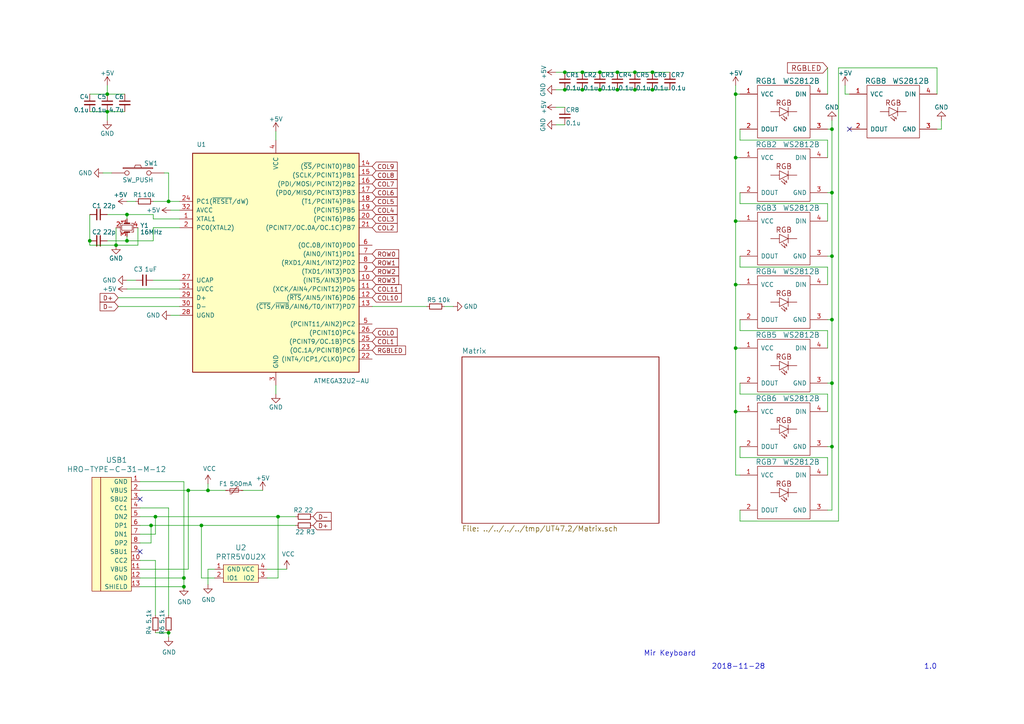
<source format=kicad_sch>
(kicad_sch (version 20230121) (generator eeschema)
  (paper "A4")
  (lib_symbols
    (symbol "Device:C_Small" (pin_numbers hide) (pin_names (offset 0.254) hide)
      (property "Reference" "C" (at 0.254 1.778 0))
      (property "Value" "C_Small" (at 0.254 -2.032 0))
      (symbol "C_Small_0_1"
        (polyline (pts (xy -1.524 -0.508) (xy 1.524 -0.508)) (stroke (width 0.3302)))
        (polyline (pts (xy -1.524 0.508) (xy 1.524 0.508)) (stroke (width 0.3048)))
      )
      (symbol "C_Small_1_1"
        (pin passive line (at 0 2.54 270) (length 2.032) (name "~") (number "1"))
        (pin passive line (at 0 -2.54 90) (length 2.032) (name "~") (number "2"))
      )
    )
    (symbol "Device:Polyfuse_Small" (pin_numbers hide) (pin_names (offset 0))
      (property "Reference" "F" (at -1.905 0 90))
      (property "Value" "Polyfuse_Small" (at 1.905 0 90))
      (symbol "Polyfuse_Small_0_1"
        (rectangle (start -0.508 1.27) (end 0.508 -1.27))
        (polyline (pts (xy 0 2.54) (xy 0 -2.54)))
        (polyline (pts (xy -1.016 1.27) (xy -1.016 0.762) (xy 1.016 -0.762) (xy 1.016 -1.27)))
      )
      (symbol "Polyfuse_Small_1_1"
        (pin passive line (at 0 2.54 270) (length 0.635) (name "~") (number "1"))
        (pin passive line (at 0 -2.54 90) (length 0.635) (name "~") (number "2"))
      )
    )
    (symbol "Device:R_Small" (pin_numbers hide) (pin_names (offset 0.254) hide)
      (property "Reference" "R" (at 0.762 0.508 0))
      (property "Value" "R_Small" (at 0.762 -1.016 0))
      (symbol "R_Small_0_1"
        (rectangle (start -0.762 1.778) (end 0.762 -1.778) (stroke (width 0.2032)))
      )
      (symbol "R_Small_1_1"
        (pin passive line (at 0 2.54 270) (length 0.762) (name "~") (number "1"))
        (pin passive line (at 0 -2.54 90) (length 0.762) (name "~") (number "2"))
      )
    )
    (symbol "UT47.2-rescue:ATMEGA32U2-AU-Mir-rescue" (pin_names (offset 1.016))
      (property "Reference" "U" (at -21.59 34.29 0))
      (property "Value" "Mir-rescue:ATMEGA32U2-AU" (at 19.05 -34.29 0))
      (symbol "ATMEGA32U2-AU-Mir-rescue_0_1"
        (rectangle (start -24.13 31.75) (end 24.13 -31.75) (stroke (width 0.254)) (fill (type background)))
      )
      (symbol "ATMEGA32U2-AU-Mir-rescue_1_1"
        (pin input line (at -27.94 12.7 0) (length 3.81) (name "XTAL1") (number "1"))
        (pin bidirectional line (at 27.94 -5.08 180) (length 3.81) (name "(INT5/AIN3)PD4") (number "10"))
        (pin bidirectional line (at 27.94 -7.62 180) (length 3.81) (name "(XCK/AIN4/PCINT12)PD5") (number "11"))
        (pin bidirectional line (at 27.94 -10.16 180) (length 3.81) (name "(~{RTS}/AIN5/INT6)PD6") (number "12"))
        (pin bidirectional line (at 27.94 -12.7 180) (length 3.81) (name "(~{CTS}/~{HWB}/AIN6/T0/INT7)PD7") (number "13"))
        (pin bidirectional line (at 27.94 27.94 180) (length 3.81) (name "(~{SS}/PCINT0)PB0") (number "14"))
        (pin bidirectional line (at 27.94 25.4 180) (length 3.81) (name "(SCLK/PCINT1)PB1") (number "15"))
        (pin bidirectional line (at 27.94 22.86 180) (length 3.81) (name "(PDI/MOSI/PCINT2)PB2") (number "16"))
        (pin bidirectional line (at 27.94 20.32 180) (length 3.81) (name "(PD0/MISO/PCINT3)PB3") (number "17"))
        (pin bidirectional line (at 27.94 17.78 180) (length 3.81) (name "(T1/PCINT4)PB4") (number "18"))
        (pin bidirectional line (at 27.94 15.24 180) (length 3.81) (name "(PCINT5)PB5") (number "19"))
        (pin bidirectional line (at -27.94 10.16 0) (length 3.81) (name "PC0(XTAL2)") (number "2"))
        (pin bidirectional line (at 27.94 12.7 180) (length 3.81) (name "(PCINT6)PB6") (number "20"))
        (pin bidirectional line (at 27.94 10.16 180) (length 3.81) (name "(PCINT7/OC.0A/OC.1C)PB7") (number "21"))
        (pin bidirectional line (at 27.94 -27.94 180) (length 3.81) (name "(INT4/ICP1/CLK0)PC7") (number "22"))
        (pin bidirectional line (at 27.94 -25.4 180) (length 3.81) (name "(OC.1A/PCINT8)PC6") (number "23"))
        (pin bidirectional line (at -27.94 17.78 0) (length 3.81) (name "PC1(~{RESET}/dW)") (number "24"))
        (pin bidirectional line (at 27.94 -22.86 180) (length 3.81) (name "(PCINT9/OC.1B)PC5") (number "25"))
        (pin bidirectional line (at 27.94 -20.32 180) (length 3.81) (name "(PCINT10)PC4") (number "26"))
        (pin passive line (at -27.94 -5.08 0) (length 3.81) (name "UCAP") (number "27"))
        (pin power_in line (at -27.94 -15.24 0) (length 3.81) (name "UGND") (number "28"))
        (pin bidirectional line (at -27.94 -10.16 0) (length 3.81) (name "D+") (number "29"))
        (pin power_in line (at 0 -35.56 90) (length 3.81) (name "GND") (number "3"))
        (pin bidirectional line (at -27.94 -12.7 0) (length 3.81) (name "D-") (number "30"))
        (pin power_in line (at -27.94 -7.62 0) (length 3.81) (name "UVCC") (number "31"))
        (pin power_in line (at -27.94 15.24 0) (length 3.81) (name "AVCC") (number "32"))
        (pin power_in line (at 0 35.56 270) (length 3.81) (name "VCC") (number "4"))
        (pin bidirectional line (at 27.94 -17.78 180) (length 3.81) (name "(PCINT11/AIN2)PC2") (number "5"))
        (pin bidirectional line (at 27.94 5.08 180) (length 3.81) (name "(OC.0B/INT0)PD0") (number "6"))
        (pin bidirectional line (at 27.94 2.54 180) (length 3.81) (name "(AIN0/INT1)PD1") (number "7"))
        (pin bidirectional line (at 27.94 0 180) (length 3.81) (name "(RXD1/AIN1/INT2)PD2") (number "8"))
        (pin bidirectional line (at 27.94 -2.54 180) (length 3.81) (name "(TXD1/INT3)PD3") (number "9"))
      )
    )
    (symbol "UT47.2-rescue:Crystal_GND24_Small-Device" (pin_names (offset 1.016) hide)
      (property "Reference" "Y" (at 1.27 4.445 0))
      (property "Value" "Device:Crystal_GND24_Small" (at 1.27 2.54 0))
      (symbol "Crystal_GND24_Small-Device_0_1"
        (rectangle (start -0.762 -1.524) (end 0.762 1.524))
        (polyline (pts (xy -1.27 -0.762) (xy -1.27 0.762)) (stroke (width 0.381)))
        (polyline (pts (xy 1.27 -0.762) (xy 1.27 0.762)) (stroke (width 0.381)))
        (polyline (pts (xy -1.27 -1.27) (xy -1.27 -1.905) (xy 1.27 -1.905) (xy 1.27 -1.27)))
        (polyline (pts (xy -1.27 1.27) (xy -1.27 1.905) (xy 1.27 1.905) (xy 1.27 1.27)))
      )
      (symbol "Crystal_GND24_Small-Device_1_1"
        (pin passive line (at -2.54 0 0) (length 1.27) (name "1") (number "1"))
        (pin passive line (at 0 -3.175 90) (length 1.27) (name "2") (number "2"))
        (pin passive line (at 2.54 0 180) (length 1.27) (name "3") (number "3"))
        (pin passive line (at 0 3.175 270) (length 1.27) (name "4") (number "4"))
      )
    )
    (symbol "UT47.2-rescue:HRO-TYPE-C-31-M-12-Type-C" (pin_names (offset 1.016))
      (property "Reference" "USB" (at -5.08 16.51 0))
      (property "Value" "Type-C:HRO-TYPE-C-31-M-12" (at -10.16 -1.27 90))
      (symbol "HRO-TYPE-C-31-M-12-Type-C_0_1"
        (rectangle (start -11.43 15.24) (end -8.89 -17.78) (fill (type background)))
        (rectangle (start 0 -17.78) (end -8.89 15.24) (fill (type background)))
      )
      (symbol "HRO-TYPE-C-31-M-12-Type-C_1_1"
        (pin input line (at 2.54 13.97 180) (length 2.54) (name "GND") (number "1"))
        (pin input line (at 2.54 -8.89 180) (length 2.54) (name "CC2") (number "10"))
        (pin input line (at 2.54 -11.43 180) (length 2.54) (name "VBUS") (number "11"))
        (pin input line (at 2.54 -13.97 180) (length 2.54) (name "GND") (number "12"))
        (pin input line (at 2.54 -16.51 180) (length 2.54) (name "SHIELD") (number "13"))
        (pin input line (at 2.54 11.43 180) (length 2.54) (name "VBUS") (number "2"))
        (pin input line (at 2.54 8.89 180) (length 2.54) (name "SBU2") (number "3"))
        (pin input line (at 2.54 6.35 180) (length 2.54) (name "CC1") (number "4"))
        (pin input line (at 2.54 3.81 180) (length 2.54) (name "DN2") (number "5"))
        (pin input line (at 2.54 1.27 180) (length 2.54) (name "DP1") (number "6"))
        (pin input line (at 2.54 -1.27 180) (length 2.54) (name "DN1") (number "7"))
        (pin input line (at 2.54 -3.81 180) (length 2.54) (name "DP2") (number "8"))
        (pin input line (at 2.54 -6.35 180) (length 2.54) (name "SBU1") (number "9"))
      )
    )
    (symbol "UT47.2-rescue:SW_PUSH-Mir-rescue" (pin_numbers hide) (pin_names (offset 1.016) hide)
      (property "Reference" "SW" (at 3.81 2.794 0))
      (property "Value" "Mir-rescue:SW_PUSH" (at 0 -2.032 0))
      (symbol "SW_PUSH-Mir-rescue_0_1"
        (rectangle (start -4.318 1.27) (end 4.318 1.524))
        (polyline (pts (xy -1.016 1.524) (xy -0.762 2.286) (xy 0.762 2.286) (xy 1.016 1.524)))
        (pin passive inverted (at -7.62 0 0) (length 5.08) (name "1") (number "1"))
        (pin passive inverted (at 7.62 0 180) (length 5.08) (name "2") (number "2"))
      )
    )
    (symbol "UT47.2-rescue:WS2812B-Mir-rescue" (pin_names (offset 1.016))
      (property "Reference" "LED" (at 0 -10.16 0))
      (property "Value" "Mir-rescue:WS2812B" (at 0 10.16 0))
      (symbol "WS2812B-Mir-rescue_0_0"
        (polyline (pts (xy -1.27 0) (xy -3.81 0)))
        (polyline (pts (xy -0.254 -1.143) (xy 0.889 -2.159)))
        (polyline (pts (xy 0.381 -2.667) (xy -0.762 -1.651)))
        (polyline (pts (xy 0.381 -2.667) (xy 0.254 -2.032)))
        (polyline (pts (xy 0.889 -2.159) (xy 0.762 -1.524)))
        (polyline (pts (xy 1.27 0) (xy 3.81 0)))
        (text "RGB" (at 0 2.54 0) (effects (font (size 1.524 1.524))))
      )
      (symbol "WS2812B-Mir-rescue_0_1"
        (rectangle (start -7.62 7.62) (end 7.62 -7.62))
        (polyline (pts (xy 1.27 0) (xy -1.27 1.27) (xy -1.27 -1.27) (xy 1.27 0) (xy 1.27 0)))
        (rectangle (start 1.27 1.27) (end 1.27 -1.27))
      )
      (symbol "WS2812B-Mir-rescue_1_1"
        (pin power_in line (at -12.7 5.08 0) (length 5.0038) (name "VCC") (number "1"))
        (pin output line (at -12.7 -5.08 0) (length 5.0038) (name "DOUT") (number "2"))
        (pin power_in line (at 12.7 -5.08 180) (length 5.0038) (name "GND") (number "3"))
        (pin input line (at 12.7 5.08 180) (length 5.0038) (name "DIN") (number "4"))
      )
    )
    (symbol "ai03-locallib:PRTR5V0U2X" (pin_names (offset 1.016))
      (property "Reference" "U" (at 0 3.81 0))
      (property "Value" "PRTR5V0U2X" (at 0 -3.81 0))
      (symbol "PRTR5V0U2X_0_1"
        (rectangle (start -5.08 2.54) (end 5.08 -2.54) (fill (type background)))
      )
      (symbol "PRTR5V0U2X_1_1"
        (pin input line (at -7.62 1.27 0) (length 2.54) (name "GND") (number "1"))
        (pin input line (at -7.62 -1.27 0) (length 2.54) (name "IO1") (number "2"))
        (pin input line (at 7.62 -1.27 180) (length 2.54) (name "IO2") (number "3"))
        (pin input line (at 7.62 1.27 180) (length 2.54) (name "VCC") (number "4"))
      )
    )
    (symbol "power:+5V" (power) (pin_names (offset 0))
      (property "Value" "+5V" (at 0 3.556 0))
      (symbol "+5V_0_1"
        (polyline (pts (xy -0.762 1.27) (xy 0 2.54)))
        (polyline (pts (xy 0 0) (xy 0 2.54)))
        (polyline (pts (xy 0 2.54) (xy 0.762 1.27)))
      )
      (symbol "+5V_1_1"
        (pin power_in line (at 0 0 90) (length 0) hide (name "+5V") (number "1"))
      )
    )
    (symbol "power:GND" (power) (pin_names (offset 0))
      (property "Value" "GND" (at 0 -3.81 0))
      (symbol "GND_0_1"
        (polyline (pts (xy 0 0) (xy 0 -1.27) (xy 1.27 -1.27) (xy 0 -2.54) (xy -1.27 -1.27) (xy 0 -1.27)))
      )
      (symbol "GND_1_1"
        (pin power_in line (at 0 0 270) (length 0) hide (name "GND") (number "1"))
      )
    )
    (symbol "power:VCC" (power) (pin_names (offset 0))
      (property "Value" "VCC" (at 0 3.81 0))
      (symbol "VCC_0_1"
        (polyline (pts (xy -0.762 1.27) (xy 0 2.54)))
        (polyline (pts (xy 0 0) (xy 0 2.54)))
        (polyline (pts (xy 0 2.54) (xy 0.762 1.27)))
      )
      (symbol "VCC_1_1"
        (pin power_in line (at 0 0 90) (length 0) hide (name "VCC") (number "1"))
      )
    )
  )
  (junction (at 184.15 20.955))
  (junction (at 43.815 152.4))
  (junction (at 241.3 55.88))
  (junction (at 168.91 20.955))
  (junction (at 241.3 92.71))
  (junction (at 58.42 152.4))
  (junction (at 26.035 69.85))
  (junction (at 33.655 71.12))
  (junction (at 53.34 170.18))
  (junction (at 163.83 20.955))
  (junction (at 45.085 149.86))
  (junction (at 213.36 45.72))
  (junction (at 168.91 26.035))
  (junction (at 241.3 37.465))
  (junction (at 60.325 142.24))
  (junction (at 213.36 27.305))
  (junction (at 189.23 26.035))
  (junction (at 173.99 26.035))
  (junction (at 184.15 26.035))
  (junction (at 36.83 62.23))
  (junction (at 54.61 142.24))
  (junction (at 48.895 58.42))
  (junction (at 179.07 20.955))
  (junction (at 53.34 167.64))
  (junction (at 213.36 82.55))
  (junction (at 31.115 32.385))
  (junction (at 189.23 20.955))
  (junction (at 48.895 183.515))
  (junction (at 36.83 69.85))
  (junction (at 213.36 119.38))
  (junction (at 163.83 26.035))
  (junction (at 213.36 100.965))
  (junction (at 80.645 149.86))
  (junction (at 173.99 20.955))
  (junction (at 241.3 129.54))
  (junction (at 213.36 64.135))
  (junction (at 241.3 74.295))
  (junction (at 241.3 111.125))
  (junction (at 179.07 26.035))
  (junction (at 31.115 27.305))
  (no_connect (at 40.64 144.78))
  (no_connect (at 40.64 160.02))
  (no_connect (at 246.38 37.465))
  (wire (pts (xy 62.23 167.64) (xy 58.42 167.64)))
  (wire (pts (xy 53.34 139.7) (xy 53.34 167.64)))
  (wire (pts (xy 214.63 111.125) (xy 214.63 114.3)))
  (wire (pts (xy 43.815 152.4) (xy 40.64 152.4)))
  (wire (pts (xy 26.035 32.385) (xy 31.115 32.385)))
  (wire (pts (xy 214.63 40.64) (xy 240.03 40.64)))
  (wire (pts (xy 80.01 114.3) (xy 80.01 111.76)))
  (wire (pts (xy 240.03 132.715) (xy 240.03 137.795)))
  (wire (pts (xy 34.29 86.36) (xy 52.07 86.36)))
  (wire (pts (xy 40.005 71.12) (xy 40.005 66.04)))
  (wire (pts (xy 213.36 82.55) (xy 214.63 82.55)))
  (wire (pts (xy 214.63 92.71) (xy 214.63 95.885)))
  (wire (pts (xy 54.61 165.1) (xy 40.64 165.1)))
  (wire (pts (xy 213.36 45.72) (xy 214.63 45.72)))
  (wire (pts (xy 40.64 142.24) (xy 54.61 142.24)))
  (wire (pts (xy 161.29 36.195) (xy 163.83 36.195)))
  (wire (pts (xy 31.115 34.925) (xy 31.115 32.385)))
  (wire (pts (xy 241.3 111.125) (xy 240.03 111.125)))
  (wire (pts (xy 189.23 26.035) (xy 194.31 26.035)))
  (wire (pts (xy 31.115 69.85) (xy 36.83 69.85)))
  (wire (pts (xy 273.05 34.925) (xy 273.05 37.465)))
  (wire (pts (xy 271.78 37.465) (xy 273.05 37.465)))
  (wire (pts (xy 214.63 77.47) (xy 240.03 77.47)))
  (wire (pts (xy 45.085 162.56) (xy 45.085 178.435)))
  (wire (pts (xy 54.61 142.24) (xy 54.61 165.1)))
  (wire (pts (xy 26.035 62.23) (xy 26.035 69.85)))
  (wire (pts (xy 80.645 149.86) (xy 85.725 149.86)))
  (wire (pts (xy 58.42 152.4) (xy 85.725 152.4)))
  (wire (pts (xy 26.035 27.305) (xy 31.115 27.305)))
  (wire (pts (xy 161.29 20.955) (xy 163.83 20.955)))
  (wire (pts (xy 241.3 55.88) (xy 241.3 74.295)))
  (wire (pts (xy 43.815 157.48) (xy 43.815 152.4)))
  (wire (pts (xy 214.63 114.3) (xy 240.03 114.3)))
  (wire (pts (xy 83.185 165.1) (xy 77.47 165.1)))
  (wire (pts (xy 213.36 137.795) (xy 214.63 137.795)))
  (wire (pts (xy 80.645 167.64) (xy 80.645 149.86)))
  (wire (pts (xy 48.895 50.165) (xy 48.895 58.42)))
  (wire (pts (xy 168.91 26.035) (xy 173.99 26.035)))
  (wire (pts (xy 36.83 58.42) (xy 39.37 58.42)))
  (wire (pts (xy 173.99 26.035) (xy 179.07 26.035)))
  (wire (pts (xy 44.45 81.28) (xy 52.07 81.28)))
  (wire (pts (xy 53.34 167.64) (xy 40.64 167.64)))
  (wire (pts (xy 241.3 129.54) (xy 241.3 147.955)))
  (wire (pts (xy 245.11 27.305) (xy 246.38 27.305)))
  (wire (pts (xy 240.03 77.47) (xy 240.03 82.55)))
  (wire (pts (xy 34.29 88.9) (xy 52.07 88.9)))
  (wire (pts (xy 40.64 149.86) (xy 45.085 149.86)))
  (wire (pts (xy 60.325 142.24) (xy 65.405 142.24)))
  (wire (pts (xy 49.53 91.44) (xy 52.07 91.44)))
  (wire (pts (xy 107.95 88.9) (xy 123.825 88.9)))
  (wire (pts (xy 213.36 64.135) (xy 214.63 64.135)))
  (wire (pts (xy 241.3 37.465) (xy 241.3 55.88)))
  (wire (pts (xy 80.645 167.64) (xy 77.47 167.64)))
  (wire (pts (xy 58.42 167.64) (xy 58.42 152.4)))
  (wire (pts (xy 40.64 147.32) (xy 48.895 147.32)))
  (wire (pts (xy 213.36 27.305) (xy 213.36 45.72)))
  (wire (pts (xy 271.78 19.685) (xy 271.78 27.305)))
  (wire (pts (xy 31.115 24.765) (xy 31.115 27.305)))
  (wire (pts (xy 214.63 74.295) (xy 214.63 77.47)))
  (wire (pts (xy 189.23 20.955) (xy 194.31 20.955)))
  (wire (pts (xy 213.36 119.38) (xy 213.36 137.795)))
  (wire (pts (xy 36.83 81.28) (xy 39.37 81.28)))
  (wire (pts (xy 43.815 152.4) (xy 58.42 152.4)))
  (wire (pts (xy 45.085 154.94) (xy 40.64 154.94)))
  (wire (pts (xy 48.895 58.42) (xy 44.45 58.42)))
  (wire (pts (xy 53.34 170.18) (xy 53.34 167.64)))
  (wire (pts (xy 179.07 20.955) (xy 184.15 20.955)))
  (wire (pts (xy 184.15 20.955) (xy 189.23 20.955)))
  (wire (pts (xy 60.325 165.1) (xy 62.23 165.1)))
  (wire (pts (xy 240.03 40.64) (xy 240.03 45.72)))
  (wire (pts (xy 241.3 92.71) (xy 241.3 111.125)))
  (wire (pts (xy 214.63 95.885) (xy 240.03 95.885)))
  (wire (pts (xy 44.45 66.04) (xy 44.45 69.85)))
  (wire (pts (xy 214.63 55.88) (xy 214.63 59.055)))
  (wire (pts (xy 168.91 20.955) (xy 173.99 20.955)))
  (wire (pts (xy 45.085 149.86) (xy 45.085 154.94)))
  (wire (pts (xy 241.3 129.54) (xy 240.03 129.54)))
  (wire (pts (xy 240.03 59.055) (xy 240.03 64.135)))
  (wire (pts (xy 52.07 63.5) (xy 44.45 63.5)))
  (wire (pts (xy 36.83 62.23) (xy 36.83 63.5)))
  (wire (pts (xy 36.83 69.85) (xy 44.45 69.85)))
  (wire (pts (xy 240.03 19.685) (xy 240.03 27.305)))
  (wire (pts (xy 40.64 157.48) (xy 43.815 157.48)))
  (wire (pts (xy 52.07 58.42) (xy 48.895 58.42)))
  (wire (pts (xy 241.3 37.465) (xy 240.03 37.465)))
  (wire (pts (xy 29.845 50.165) (xy 32.385 50.165)))
  (wire (pts (xy 214.63 59.055) (xy 240.03 59.055)))
  (wire (pts (xy 213.36 24.765) (xy 213.36 27.305)))
  (wire (pts (xy 60.325 169.545) (xy 60.325 165.1)))
  (wire (pts (xy 40.64 162.56) (xy 45.085 162.56)))
  (wire (pts (xy 48.895 147.32) (xy 48.895 178.435)))
  (wire (pts (xy 45.085 149.86) (xy 80.645 149.86)))
  (wire (pts (xy 26.035 69.85) (xy 26.035 71.12)))
  (wire (pts (xy 40.64 139.7) (xy 53.34 139.7)))
  (wire (pts (xy 161.29 26.035) (xy 163.83 26.035)))
  (wire (pts (xy 213.36 82.55) (xy 213.36 100.965)))
  (wire (pts (xy 241.3 92.71) (xy 240.03 92.71)))
  (wire (pts (xy 33.655 66.04) (xy 33.655 71.12)))
  (wire (pts (xy 214.63 129.54) (xy 214.63 132.715)))
  (wire (pts (xy 213.36 100.965) (xy 213.36 119.38)))
  (wire (pts (xy 131.445 88.9) (xy 128.905 88.9)))
  (wire (pts (xy 80.01 38.1) (xy 80.01 40.64)))
  (wire (pts (xy 213.36 119.38) (xy 214.63 119.38)))
  (wire (pts (xy 36.83 83.82) (xy 52.07 83.82)))
  (wire (pts (xy 40.64 170.18) (xy 53.34 170.18)))
  (wire (pts (xy 241.3 55.88) (xy 240.03 55.88)))
  (wire (pts (xy 44.45 63.5) (xy 44.45 62.23)))
  (wire (pts (xy 214.63 151.13) (xy 243.205 151.13)))
  (wire (pts (xy 45.085 183.515) (xy 48.895 183.515)))
  (wire (pts (xy 54.61 142.24) (xy 60.325 142.24)))
  (wire (pts (xy 213.36 45.72) (xy 213.36 64.135)))
  (wire (pts (xy 48.895 184.785) (xy 48.895 183.515)))
  (wire (pts (xy 214.63 132.715) (xy 240.03 132.715)))
  (wire (pts (xy 36.83 68.58) (xy 36.83 69.85)))
  (wire (pts (xy 241.3 111.125) (xy 241.3 129.54)))
  (wire (pts (xy 245.11 24.765) (xy 245.11 27.305)))
  (wire (pts (xy 52.07 66.04) (xy 44.45 66.04)))
  (wire (pts (xy 240.03 114.3) (xy 240.03 119.38)))
  (wire (pts (xy 70.485 142.24) (xy 76.2 142.24)))
  (wire (pts (xy 243.205 151.13) (xy 243.205 19.685)))
  (wire (pts (xy 214.63 27.305) (xy 213.36 27.305)))
  (wire (pts (xy 47.625 50.165) (xy 48.895 50.165)))
  (wire (pts (xy 213.36 64.135) (xy 213.36 82.55)))
  (wire (pts (xy 31.115 27.305) (xy 36.195 27.305)))
  (wire (pts (xy 241.3 147.955) (xy 240.03 147.955)))
  (wire (pts (xy 240.03 95.885) (xy 240.03 100.965)))
  (wire (pts (xy 60.325 140.335) (xy 60.325 142.24)))
  (wire (pts (xy 214.63 37.465) (xy 214.63 40.64)))
  (wire (pts (xy 173.99 20.955) (xy 179.07 20.955)))
  (wire (pts (xy 33.655 71.12) (xy 40.005 71.12)))
  (wire (pts (xy 241.3 74.295) (xy 240.03 74.295)))
  (wire (pts (xy 241.3 74.295) (xy 241.3 92.71)))
  (wire (pts (xy 163.83 20.955) (xy 168.91 20.955)))
  (wire (pts (xy 179.07 26.035) (xy 184.15 26.035)))
  (wire (pts (xy 36.83 62.23) (xy 44.45 62.23)))
  (wire (pts (xy 31.115 32.385) (xy 36.195 32.385)))
  (wire (pts (xy 184.15 26.035) (xy 189.23 26.035)))
  (wire (pts (xy 163.83 26.035) (xy 168.91 26.035)))
  (wire (pts (xy 213.36 100.965) (xy 214.63 100.965)))
  (wire (pts (xy 49.53 60.96) (xy 52.07 60.96)))
  (wire (pts (xy 241.3 34.925) (xy 241.3 37.465)))
  (wire (pts (xy 26.035 71.12) (xy 33.655 71.12)))
  (wire (pts (xy 243.205 19.685) (xy 271.78 19.685)))
  (wire (pts (xy 161.29 31.115) (xy 163.83 31.115)))
  (wire (pts (xy 31.115 62.23) (xy 36.83 62.23)))
  (wire (pts (xy 214.63 147.955) (xy 214.63 151.13)))
  (text "1.0" (at 267.97 194.31 0) (effects (font (size 1.524 1.524)) (justify left bottom)))
  (text "Mir Keyboard\n" (at 186.69 190.5 0) (effects (font (size 1.524 1.524)) (justify left bottom)))
  (text "2018-11-28" (at 206.375 194.31 0) (effects (font (size 1.524 1.524)) (justify left bottom)))
  (global_label "D-" (shape input) (at 34.29 88.9 180) (property "Intersheetrefs" "${INTERSHEET_REFS}" (effects hide)))
  (global_label "COL6" (shape input) (at 107.95 55.88 0) (property "Intersheetrefs" "${INTERSHEET_REFS}" (effects hide)))
  (global_label "COL4" (shape input) (at 107.95 60.96 0) (property "Intersheetrefs" "${INTERSHEET_REFS}" (effects hide)))
  (global_label "COL3" (shape input) (at 107.95 63.5 0) (property "Intersheetrefs" "${INTERSHEET_REFS}" (effects hide)))
  (global_label "RGBLED" (shape input) (at 107.95 101.6 0) (property "Intersheetrefs" "${INTERSHEET_REFS}" (effects hide)))
  (global_label "D-" (shape input) (at 90.805 149.86 0) (property "Intersheetrefs" "${INTERSHEET_REFS}" (effects hide)))
  (global_label "COL5" (shape input) (at 107.95 58.42 0) (property "Intersheetrefs" "${INTERSHEET_REFS}" (effects hide)))
  (global_label "ROW2" (shape input) (at 107.95 78.74 0) (property "Intersheetrefs" "${INTERSHEET_REFS}" (effects hide)))
  (global_label "D+" (shape input) (at 34.29 86.36 180) (property "Intersheetrefs" "${INTERSHEET_REFS}" (effects hide)))
  (global_label "RGBLED" (shape input) (at 240.03 19.685 180) (effects (font (size 1.524 1.524))) (property "Intersheetrefs" "${INTERSHEET_REFS}" (effects hide)))
  (global_label "COL9" (shape input) (at 107.95 48.26 0) (property "Intersheetrefs" "${INTERSHEET_REFS}" (effects hide)))
  (global_label "COL7" (shape input) (at 107.95 53.34 0) (property "Intersheetrefs" "${INTERSHEET_REFS}" (effects hide)))
  (global_label "COL8" (shape input) (at 107.95 50.8 0) (property "Intersheetrefs" "${INTERSHEET_REFS}" (effects hide)))
  (global_label "COL2" (shape input) (at 107.95 66.04 0) (property "Intersheetrefs" "${INTERSHEET_REFS}" (effects hide)))
  (global_label "ROW0" (shape input) (at 107.95 73.66 0) (property "Intersheetrefs" "${INTERSHEET_REFS}" (effects hide)))
  (global_label "COL0" (shape input) (at 107.95 96.52 0) (property "Intersheetrefs" "${INTERSHEET_REFS}" (effects hide)))
  (global_label "COL1" (shape input) (at 107.95 99.06 0) (property "Intersheetrefs" "${INTERSHEET_REFS}" (effects hide)))
  (global_label "COL11" (shape input) (at 107.95 83.82 0) (property "Intersheetrefs" "${INTERSHEET_REFS}" (effects hide)))
  (global_label "COL10" (shape input) (at 107.95 86.36 0) (property "Intersheetrefs" "${INTERSHEET_REFS}" (effects hide)))
  (global_label "ROW1" (shape input) (at 107.95 76.2 0) (property "Intersheetrefs" "${INTERSHEET_REFS}" (effects hide)))
  (global_label "ROW3" (shape input) (at 107.95 81.28 0) (property "Intersheetrefs" "${INTERSHEET_REFS}" (effects hide)))
  (global_label "D+" (shape input) (at 90.805 152.4 0) (property "Intersheetrefs" "${INTERSHEET_REFS}" (effects hide)))
  (symbol (lib_id "UT47.2-rescue:ATMEGA32U2-AU-Mir-rescue") (at 80.01 76.2 0) (unit 1)
    (property "Reference" "U1" (at 58.42 41.91 0))
    (property "Value" "ATMEGA32U2-AU" (at 99.06 110.49 0))
    (property "Footprint" "Housings_DFN_QFN:QFN-32-1EP_5x5mm_Pitch0.5mm" (effects hide))
    (property "Datasheet" "http://www.atmel.com/Images/doc7799.pdf" (effects hide))
  )
  (symbol (lib_id "UT47.2-rescue:Crystal_GND24_Small-Device") (at 36.83 66.04 270) (unit 1)
    (property "Reference" "Y1" (at 40.64 65.405 90) (effects (justify left)))
    (property "Value" "16MHz" (at 40.64 67.31 90) (effects (justify left)))
    (property "Footprint" "Crystals:Crystal_SMD_3225-4pin_3.2x2.5mm" (effects hide))
  )
  (symbol (lib_id "Device:C_Small") (at 28.575 62.23 270) (unit 1)
    (property "Reference" "C1" (at 26.67 59.69 90) (effects (justify left)))
    (property "Value" "22p" (at 29.845 59.69 90) (effects (justify left)))
    (property "Footprint" "Capacitors_SMD:C_0603" (effects hide))
  )
  (symbol (lib_id "Device:C_Small") (at 28.575 69.85 270) (unit 1)
    (property "Reference" "C2" (at 26.67 67.31 90) (effects (justify left)))
    (property "Value" "22p" (at 29.845 67.31 90) (effects (justify left)))
    (property "Footprint" "Capacitors_SMD:C_0603" (effects hide))
  )
  (symbol (lib_id "power:GND") (at 33.655 71.12 0) (unit 1)
    (property "Reference" "#PWR01" (effects hide))
    (property "Value" "GND" (at 33.655 74.93 0))
  )
  (symbol (lib_id "power:+5V") (at 49.53 60.96 90) (unit 1)
    (property "Reference" "#PWR02" (effects hide))
    (property "Value" "+5V" (at 44.45 60.96 90))
  )
  (symbol (lib_id "Device:R_Small") (at 41.91 58.42 90) (unit 1)
    (property "Reference" "R1" (at 41.275 56.515 90) (effects (justify left)))
    (property "Value" "10k" (at 45.085 56.515 90) (effects (justify left)))
    (property "Footprint" "Resistors_SMD:R_0603" (effects hide))
  )
  (symbol (lib_id "power:+5V") (at 36.83 58.42 90) (unit 1)
    (property "Reference" "#PWR03" (effects hide))
    (property "Value" "+5V" (at 34.925 56.515 90))
  )
  (symbol (lib_id "Device:C_Small") (at 41.91 81.28 270) (unit 1)
    (property "Reference" "C3" (at 38.735 78.105 90) (effects (justify left)))
    (property "Value" "1uF" (at 41.91 78.105 90) (effects (justify left)))
    (property "Footprint" "Capacitors_SMD:C_0603" (effects hide))
  )
  (symbol (lib_id "power:GND") (at 36.83 81.28 270) (unit 1)
    (property "Reference" "#PWR04" (effects hide))
    (property "Value" "GND" (at 31.75 81.28 90))
  )
  (symbol (lib_id "power:+5V") (at 36.83 83.82 90) (unit 1)
    (property "Reference" "#PWR05" (effects hide))
    (property "Value" "+5V" (at 31.75 83.82 90))
  )
  (symbol (lib_id "Device:R_Small") (at 88.265 149.86 270) (unit 1)
    (property "Reference" "R2" (at 85.09 147.955 90) (effects (justify left)))
    (property "Value" "22" (at 88.265 147.955 90) (effects (justify left)))
    (property "Footprint" "Resistors_SMD:R_0603" (effects hide))
  )
  (symbol (lib_id "Device:R_Small") (at 88.265 152.4 90) (unit 1)
    (property "Reference" "R3" (at 91.44 154.305 90) (effects (justify left)))
    (property "Value" "22" (at 88.265 154.305 90) (effects (justify left)))
    (property "Footprint" "Resistors_SMD:R_0603" (effects hide))
  )
  (symbol (lib_id "power:GND") (at 49.53 91.44 270) (unit 1)
    (property "Reference" "#PWR06" (effects hide))
    (property "Value" "GND" (at 44.45 91.44 90))
  )
  (symbol (lib_id "Device:Polyfuse_Small") (at 67.945 142.24 270) (unit 1)
    (property "Reference" "F1" (at 64.77 140.335 90))
    (property "Value" "500mA" (at 69.85 140.335 90))
    (property "Footprint" "Fuse_Holders_and_Fuses:Fuse_SMD1206_Reflow" (effects hide))
  )
  (symbol (lib_id "power:+5V") (at 76.2 142.24 0) (unit 1)
    (property "Reference" "#PWR08" (effects hide))
    (property "Value" "+5V" (at 76.2 138.684 0))
  )
  (symbol (lib_id "power:GND") (at 80.01 114.3 0) (unit 1)
    (property "Reference" "#PWR010" (effects hide))
    (property "Value" "GND" (at 80.01 118.11 0))
  )
  (symbol (lib_id "power:+5V") (at 80.01 38.1 0) (unit 1)
    (property "Reference" "#PWR011" (effects hide))
    (property "Value" "+5V" (at 80.01 34.544 0))
  )
  (symbol (lib_id "Device:R_Small") (at 126.365 88.9 270) (unit 1)
    (property "Reference" "R5" (at 123.825 86.995 90) (effects (justify left)))
    (property "Value" "10k" (at 127 86.995 90) (effects (justify left)))
    (property "Footprint" "Resistors_SMD:R_0603" (effects hide))
  )
  (symbol (lib_id "power:GND") (at 131.445 88.9 90) (unit 1)
    (property "Reference" "#PWR013" (effects hide))
    (property "Value" "GND" (at 136.525 88.9 90))
  )
  (symbol (lib_id "UT47.2-rescue:WS2812B-Mir-rescue") (at 227.33 32.385 0) (unit 1)
    (property "Reference" "RGB1" (at 222.25 23.495 0) (effects (font (size 1.524 1.524))))
    (property "Value" "WS2812B" (at 232.41 23.495 0) (effects (font (size 1.524 1.524))))
    (property "Footprint" "WS2812B:WS2812B" (effects hide))
  )
  (symbol (lib_id "UT47.2-rescue:WS2812B-Mir-rescue") (at 227.33 50.8 0) (unit 1)
    (property "Reference" "RGB2" (at 222.25 41.91 0) (effects (font (size 1.524 1.524))))
    (property "Value" "WS2812B" (at 232.41 41.91 0) (effects (font (size 1.524 1.524))))
    (property "Footprint" "WS2812B:WS2812B" (effects hide))
  )
  (symbol (lib_id "UT47.2-rescue:WS2812B-Mir-rescue") (at 227.33 69.215 0) (unit 1)
    (property "Reference" "RGB3" (at 222.25 60.325 0) (effects (font (size 1.524 1.524))))
    (property "Value" "WS2812B" (at 232.41 60.325 0) (effects (font (size 1.524 1.524))))
    (property "Footprint" "WS2812B:WS2812B" (effects hide))
  )
  (symbol (lib_id "UT47.2-rescue:WS2812B-Mir-rescue") (at 227.33 87.63 0) (unit 1)
    (property "Reference" "RGB4" (at 222.25 78.74 0) (effects (font (size 1.524 1.524))))
    (property "Value" "WS2812B" (at 232.41 78.74 0) (effects (font (size 1.524 1.524))))
    (property "Footprint" "WS2812B:WS2812B" (effects hide))
  )
  (symbol (lib_id "UT47.2-rescue:WS2812B-Mir-rescue") (at 227.33 106.045 0) (unit 1)
    (property "Reference" "RGB5" (at 222.25 97.155 0) (effects (font (size 1.524 1.524))))
    (property "Value" "WS2812B" (at 232.41 97.155 0) (effects (font (size 1.524 1.524))))
    (property "Footprint" "WS2812B:WS2812B" (effects hide))
  )
  (symbol (lib_id "UT47.2-rescue:WS2812B-Mir-rescue") (at 227.33 124.46 0) (unit 1)
    (property "Reference" "RGB6" (at 222.25 115.57 0) (effects (font (size 1.524 1.524))))
    (property "Value" "WS2812B" (at 232.41 115.57 0) (effects (font (size 1.524 1.524))))
    (property "Footprint" "WS2812B:WS2812B" (effects hide))
  )
  (symbol (lib_id "UT47.2-rescue:WS2812B-Mir-rescue") (at 227.33 142.875 0) (unit 1)
    (property "Reference" "RGB7" (at 222.25 133.985 0) (effects (font (size 1.524 1.524))))
    (property "Value" "WS2812B" (at 232.41 133.985 0) (effects (font (size 1.524 1.524))))
    (property "Footprint" "WS2812B:WS2812B" (effects hide))
  )
  (symbol (lib_id "Device:C_Small") (at 26.035 29.845 0) (mirror y) (unit 1)
    (property "Reference" "C4" (at 25.781 28.067 0) (effects (justify left)))
    (property "Value" "0.1u" (at 25.781 31.877 0) (effects (justify left)))
    (property "Footprint" "Capacitors_SMD:C_0603" (effects hide))
  )
  (symbol (lib_id "UT47.2-rescue:WS2812B-Mir-rescue") (at 259.08 32.385 0) (unit 1)
    (property "Reference" "RGB8" (at 254 23.495 0) (effects (font (size 1.524 1.524))))
    (property "Value" "WS2812B" (at 264.16 23.495 0) (effects (font (size 1.524 1.524))))
    (property "Footprint" "WS2812B:WS2812B" (effects hide))
  )
  (symbol (lib_id "Device:C_Small") (at 31.115 29.845 0) (mirror y) (unit 1)
    (property "Reference" "C5" (at 30.861 28.067 0) (effects (justify left)))
    (property "Value" "0.1u" (at 30.861 31.877 0) (effects (justify left)))
    (property "Footprint" "Capacitors_SMD:C_0603" (effects hide))
  )
  (symbol (lib_id "Device:C_Small") (at 36.195 29.845 0) (mirror y) (unit 1)
    (property "Reference" "C6" (at 35.941 28.067 0) (effects (justify left)))
    (property "Value" "4.7u" (at 35.941 31.877 0) (effects (justify left)))
    (property "Footprint" "Capacitors_SMD:C_0603" (effects hide))
  )
  (symbol (lib_id "power:+5V") (at 31.115 24.765 0) (unit 1)
    (property "Reference" "#PWR022" (effects hide))
    (property "Value" "+5V" (at 31.115 21.209 0))
  )
  (symbol (lib_id "power:GND") (at 31.115 34.925 0) (unit 1)
    (property "Reference" "#PWR023" (effects hide))
    (property "Value" "GND" (at 31.115 38.735 0))
  )
  (symbol (lib_id "power:GND") (at 241.3 34.925 180) (unit 1)
    (property "Reference" "#PWR014" (effects hide))
    (property "Value" "GND" (at 241.3 31.115 0))
  )
  (symbol (lib_id "power:+5V") (at 213.36 24.765 0) (unit 1)
    (property "Reference" "#PWR015" (effects hide))
    (property "Value" "+5V" (at 213.36 21.209 0))
  )
  (symbol (lib_id "UT47.2-rescue:SW_PUSH-Mir-rescue") (at 40.005 50.165 0) (unit 1)
    (property "Reference" "SW1" (at 43.815 47.371 0))
    (property "Value" "SW_PUSH" (at 40.005 52.197 0))
    (property "Footprint" "Molex-0548190589:SKQG-1155865" (effects hide))
  )
  (symbol (lib_id "power:GND") (at 29.845 50.165 270) (unit 1)
    (property "Reference" "#PWR024" (effects hide))
    (property "Value" "GND" (at 24.765 50.165 90))
  )
  (symbol (lib_id "power:+5V") (at 245.11 24.765 0) (unit 1)
    (property "Reference" "#PWR016" (effects hide))
    (property "Value" "+5V" (at 245.11 21.209 0))
  )
  (symbol (lib_id "power:GND") (at 273.05 34.925 180) (unit 1)
    (property "Reference" "#PWR017" (effects hide))
    (property "Value" "GND" (at 273.05 31.115 0))
  )
  (symbol (lib_id "Device:C_Small") (at 163.83 23.495 0) (unit 1)
    (property "Reference" "CR1" (at 164.084 21.717 0) (effects (justify left)))
    (property "Value" "0.1u" (at 164.084 25.527 0) (effects (justify left)))
    (property "Footprint" "Capacitors_SMD:C_0603" (effects hide))
  )
  (symbol (lib_id "Device:C_Small") (at 168.91 23.495 0) (unit 1)
    (property "Reference" "CR2" (at 169.164 21.717 0) (effects (justify left)))
    (property "Value" "0.1u" (at 169.164 25.527 0) (effects (justify left)))
    (property "Footprint" "Capacitors_SMD:C_0603" (effects hide))
  )
  (symbol (lib_id "Device:C_Small") (at 173.99 23.495 0) (unit 1)
    (property "Reference" "CR3" (at 174.244 21.717 0) (effects (justify left)))
    (property "Value" "0.1u" (at 174.244 25.527 0) (effects (justify left)))
    (property "Footprint" "Capacitors_SMD:C_0603" (effects hide))
  )
  (symbol (lib_id "Device:C_Small") (at 179.07 23.495 0) (unit 1)
    (property "Reference" "CR4" (at 179.324 21.717 0) (effects (justify left)))
    (property "Value" "0.1u" (at 179.324 25.527 0) (effects (justify left)))
    (property "Footprint" "Capacitors_SMD:C_0603" (effects hide))
  )
  (symbol (lib_id "Device:C_Small") (at 184.15 23.495 0) (unit 1)
    (property "Reference" "CR5" (at 184.404 21.717 0) (effects (justify left)))
    (property "Value" "0.1u" (at 184.404 25.527 0) (effects (justify left)))
    (property "Footprint" "Capacitors_SMD:C_0603" (effects hide))
  )
  (symbol (lib_id "Device:C_Small") (at 189.23 23.495 0) (unit 1)
    (property "Reference" "CR6" (at 189.484 21.717 0) (effects (justify left)))
    (property "Value" "0.1u" (at 189.484 25.527 0) (effects (justify left)))
    (property "Footprint" "Capacitors_SMD:C_0603" (effects hide))
  )
  (symbol (lib_id "Device:C_Small") (at 194.31 23.495 0) (unit 1)
    (property "Reference" "CR7" (at 194.564 21.717 0) (effects (justify left)))
    (property "Value" "0.1u" (at 194.564 25.527 0) (effects (justify left)))
    (property "Footprint" "Capacitors_SMD:C_0603" (effects hide))
  )
  (symbol (lib_id "power:+5V") (at 161.29 20.955 90) (unit 1)
    (property "Reference" "#PWR018" (effects hide))
    (property "Value" "+5V" (at 157.734 20.955 0))
  )
  (symbol (lib_id "power:GND") (at 161.29 26.035 270) (unit 1)
    (property "Reference" "#PWR019" (effects hide))
    (property "Value" "GND" (at 157.48 26.035 0))
  )
  (symbol (lib_id "Device:C_Small") (at 163.83 33.655 0) (unit 1)
    (property "Reference" "CR8" (at 164.084 31.877 0) (effects (justify left)))
    (property "Value" "0.1u" (at 164.084 35.687 0) (effects (justify left)))
    (property "Footprint" "Capacitors_SMD:C_0603" (effects hide))
  )
  (symbol (lib_id "power:+5V") (at 161.29 31.115 90) (unit 1)
    (property "Reference" "#PWR020" (effects hide))
    (property "Value" "+5V" (at 157.734 31.115 0))
  )
  (symbol (lib_id "power:GND") (at 161.29 36.195 270) (unit 1)
    (property "Reference" "#PWR021" (effects hide))
    (property "Value" "GND" (at 157.48 36.195 0))
  )
  (symbol (lib_id "UT47.2-rescue:HRO-TYPE-C-31-M-12-Type-C") (at 38.1 153.67 0) (unit 1)
    (property "Reference" "USB1" (at 33.8074 133.4262 0) (effects (font (size 1.524 1.524))))
    (property "Value" "HRO-TYPE-C-31-M-12" (at 33.8074 136.1186 0) (effects (font (size 1.524 1.524))))
    (property "Footprint" "Type-C:HRO-TYPE-C-31-M-12-Assembly" (effects hide))
  )
  (symbol (lib_id "Device:R_Small") (at 45.085 180.975 0) (unit 1)
    (property "Reference" "R4" (at 43.18 184.15 90) (effects (justify left)))
    (property "Value" "5.1k" (at 43.18 180.975 90) (effects (justify left)))
    (property "Footprint" "Resistors_SMD:R_0603" (effects hide))
  )
  (symbol (lib_id "Device:R_Small") (at 48.895 180.975 0) (unit 1)
    (property "Reference" "R6" (at 46.99 184.15 90) (effects (justify left)))
    (property "Value" "5.1k" (at 46.99 180.975 90) (effects (justify left)))
    (property "Footprint" "Resistors_SMD:R_0603" (effects hide))
  )
  (symbol (lib_id "ai03-locallib:PRTR5V0U2X") (at 69.85 166.37 0) (unit 1)
    (property "Reference" "U2" (at 69.85 158.8262 0) (effects (font (size 1.524 1.524))))
    (property "Value" "PRTR5V0U2X" (at 69.85 161.5186 0) (effects (font (size 1.524 1.524))))
    (property "Footprint" "locallib:SOT143B" (effects hide))
  )
  (symbol (lib_id "power:GND") (at 60.325 169.545 0) (unit 1)
    (property "Reference" "#PWR0101" (effects hide))
    (property "Value" "GND" (at 60.452 173.9392 0))
  )
  (symbol (lib_id "power:VCC") (at 83.185 165.1 0) (unit 1)
    (property "Reference" "#PWR0102" (effects hide))
    (property "Value" "VCC" (at 83.6168 160.7058 0))
  )
  (symbol (lib_id "power:VCC") (at 60.325 140.335 0) (unit 1)
    (property "Reference" "#PWR0103" (effects hide))
    (property "Value" "VCC" (at 60.7568 135.9408 0))
  )
  (symbol (lib_id "power:GND") (at 48.895 184.785 0) (unit 1)
    (property "Reference" "#PWR0104" (effects hide))
    (property "Value" "GND" (at 49.022 189.1792 0))
  )
  (symbol (lib_id "power:GND") (at 53.34 170.18 0) (unit 1)
    (property "Reference" "#PWR0105" (effects hide))
    (property "Value" "GND" (at 53.467 174.5742 0))
  )
  (sheet (at 133.985 103.505) (size 57.15 48.26)
    (property "Sheetname" "Matrix" (at 133.985 102.6664 0) (effects (font (size 1.524 1.524)) (justify left bottom)))
    (property "Sheetfile" "../../../../tmp/UT47.2/Matrix.sch" (at 133.985 152.4512 0) (effects (font (size 1.524 1.524)) (justify left top)))
  )
)
</source>
